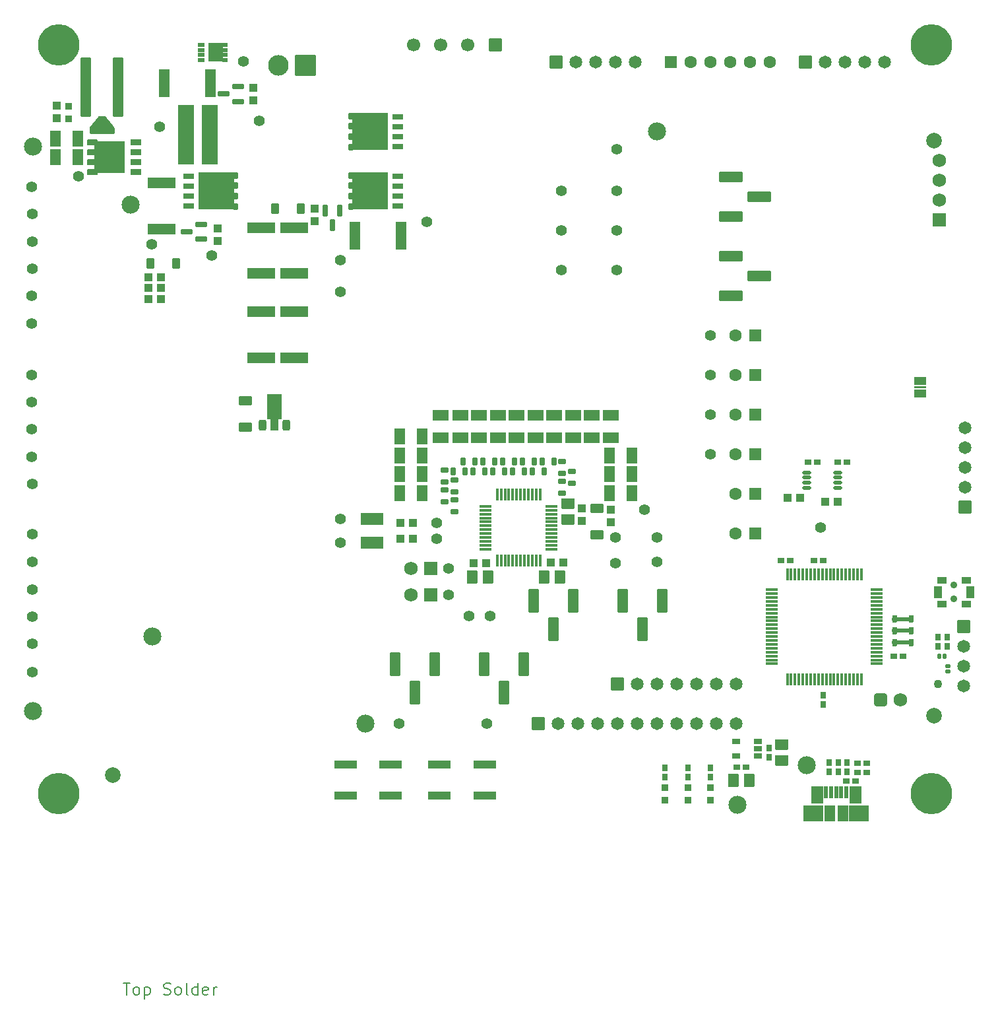
<source format=gbr>
%TF.GenerationSoftware,KiCad,Pcbnew,9.0.4*%
%TF.CreationDate,2025-10-28T13:54:02-05:00*%
%TF.ProjectId,Molecule_BQ76952 - v2,4d6f6c65-6375-46c6-955f-425137363935,rev?*%
%TF.SameCoordinates,Original*%
%TF.FileFunction,Soldermask,Top*%
%TF.FilePolarity,Negative*%
%FSLAX46Y46*%
G04 Gerber Fmt 4.6, Leading zero omitted, Abs format (unit mm)*
G04 Created by KiCad (PCBNEW 9.0.4) date 2025-10-28 13:54:02*
%MOMM*%
%LPD*%
G01*
G04 APERTURE LIST*
G04 Aperture macros list*
%AMRoundRect*
0 Rectangle with rounded corners*
0 $1 Rounding radius*
0 $2 $3 $4 $5 $6 $7 $8 $9 X,Y pos of 4 corners*
0 Add a 4 corners polygon primitive as box body*
4,1,4,$2,$3,$4,$5,$6,$7,$8,$9,$2,$3,0*
0 Add four circle primitives for the rounded corners*
1,1,$1+$1,$2,$3*
1,1,$1+$1,$4,$5*
1,1,$1+$1,$6,$7*
1,1,$1+$1,$8,$9*
0 Add four rect primitives between the rounded corners*
20,1,$1+$1,$2,$3,$4,$5,0*
20,1,$1+$1,$4,$5,$6,$7,0*
20,1,$1+$1,$6,$7,$8,$9,0*
20,1,$1+$1,$8,$9,$2,$3,0*%
%AMFreePoly0*
4,1,15,1.899497,1.449497,1.904091,1.444432,3.054091,0.044432,3.069666,-0.006830,3.044432,-0.054091,3.000000,-0.070000,0.000000,-0.070000,-0.049497,-0.049497,-0.070000,0.000000,-0.054091,0.044432,1.095909,1.444432,1.143170,1.469666,1.150000,1.470000,1.850000,1.470000,1.899497,1.449497,1.899497,1.449497,$1*%
%AMFreePoly1*
4,1,13,0.035355,0.835355,0.050000,0.800000,0.050000,0.000000,0.035355,-0.035355,0.000000,-0.050000,-0.500000,-0.050000,-0.535355,-0.035355,-0.550000,0.000000,-0.550000,0.800000,-0.535355,0.835355,-0.500000,0.850000,0.000000,0.850000,0.035355,0.835355,0.035355,0.835355,$1*%
%AMFreePoly2*
4,1,21,3.897855,0.901855,3.912500,0.866500,3.912500,-0.866500,3.897855,-0.901855,3.862500,-0.916500,0.737500,-0.916500,0.702145,-0.901855,0.687500,-0.866500,0.687500,-0.500000,-0.737500,-0.500000,-0.772855,-0.485355,-0.787500,-0.450000,-0.787500,0.450000,-0.772855,0.485355,-0.737500,0.500000,0.687500,0.500000,0.687500,0.866500,0.702145,0.901855,0.737500,0.916500,3.862500,0.916500,
3.897855,0.901855,3.897855,0.901855,$1*%
G04 Aperture macros list end*
%ADD10C,0.203200*%
%ADD11C,1.400000*%
%ADD12RoundRect,0.050000X0.575000X0.375000X-0.575000X0.375000X-0.575000X-0.375000X0.575000X-0.375000X0*%
%ADD13RoundRect,0.050000X0.475000X0.700000X-0.475000X0.700000X-0.475000X-0.700000X0.475000X-0.700000X0*%
%ADD14C,0.900000*%
%ADD15C,2.000000*%
%ADD16C,5.300000*%
%ADD17RoundRect,0.050000X-0.225000X-0.690000X0.225000X-0.690000X0.225000X0.690000X-0.225000X0.690000X0*%
%ADD18RoundRect,0.050000X-0.737500X-1.050000X0.737500X-1.050000X0.737500X1.050000X-0.737500X1.050000X0*%
%ADD19RoundRect,0.050000X-1.187500X-0.975000X1.187500X-0.975000X1.187500X0.975000X-1.187500X0.975000X0*%
%ADD20RoundRect,0.050000X-0.587500X-0.975000X0.587500X-0.975000X0.587500X0.975000X-0.587500X0.975000X0*%
%ADD21RoundRect,0.051000X0.799000X0.799000X-0.799000X0.799000X-0.799000X-0.799000X0.799000X-0.799000X0*%
%ADD22C,1.700000*%
%ADD23RoundRect,0.050000X-0.775000X-0.775000X0.775000X-0.775000X0.775000X0.775000X-0.775000X0.775000X0*%
%ADD24C,1.650000*%
%ADD25RoundRect,0.056000X0.744000X0.744000X-0.744000X0.744000X-0.744000X-0.744000X0.744000X-0.744000X0*%
%ADD26C,1.600000*%
%ADD27RoundRect,0.050000X0.444500X0.254000X-0.444500X0.254000X-0.444500X-0.254000X0.444500X-0.254000X0*%
%ADD28RoundRect,0.050000X0.300000X0.400000X-0.300000X0.400000X-0.300000X-0.400000X0.300000X-0.400000X0*%
%ADD29RoundRect,0.050000X-0.800000X-0.550000X0.800000X-0.550000X0.800000X0.550000X-0.800000X0.550000X0*%
%ADD30RoundRect,0.050000X-0.500000X0.475000X-0.500000X-0.475000X0.500000X-0.475000X0.500000X0.475000X0*%
%ADD31RoundRect,0.050000X0.825500X0.825500X-0.825500X0.825500X-0.825500X-0.825500X0.825500X-0.825500X0*%
%ADD32C,1.751000*%
%ADD33RoundRect,0.050000X-0.475000X-0.500000X0.475000X-0.500000X0.475000X0.500000X-0.475000X0.500000X0*%
%ADD34RoundRect,0.050000X0.635000X0.800100X-0.635000X0.800100X-0.635000X-0.800100X0.635000X-0.800100X0*%
%ADD35RoundRect,0.050000X-0.925000X-0.650000X0.925000X-0.650000X0.925000X0.650000X-0.925000X0.650000X0*%
%ADD36RoundRect,0.050000X-0.254000X0.444500X-0.254000X-0.444500X0.254000X-0.444500X0.254000X0.444500X0*%
%ADD37RoundRect,0.050000X0.400000X-0.300000X0.400000X0.300000X-0.400000X0.300000X-0.400000X-0.300000X0*%
%ADD38C,2.309800*%
%ADD39RoundRect,0.050000X0.650000X-0.925000X0.650000X0.925000X-0.650000X0.925000X-0.650000X-0.925000X0*%
%ADD40RoundRect,0.050000X-0.650000X0.925000X-0.650000X-0.925000X0.650000X-0.925000X0.650000X0.925000X0*%
%ADD41RoundRect,0.050000X0.400000X-0.400000X0.400000X0.400000X-0.400000X0.400000X-0.400000X-0.400000X0*%
%ADD42RoundRect,0.050000X-0.444500X-0.254000X0.444500X-0.254000X0.444500X0.254000X-0.444500X0.254000X0*%
%ADD43RoundRect,0.050000X1.700000X0.650000X-1.700000X0.650000X-1.700000X-0.650000X1.700000X-0.650000X0*%
%ADD44RoundRect,0.054800X-0.630200X-1.475200X0.630200X-1.475200X0.630200X1.475200X-0.630200X1.475200X0*%
%ADD45O,0.400000X1.550000*%
%ADD46O,1.550000X0.400000*%
%ADD47RoundRect,0.050000X-1.700000X-0.650000X1.700000X-0.650000X1.700000X0.650000X-1.700000X0.650000X0*%
%ADD48RoundRect,0.050000X-0.300000X-0.400000X0.300000X-0.400000X0.300000X0.400000X-0.300000X0.400000X0*%
%ADD49RoundRect,0.050000X0.500000X-0.475000X0.500000X0.475000X-0.500000X0.475000X-0.500000X-0.475000X0*%
%ADD50RoundRect,0.050000X0.650000X-1.700000X0.650000X1.700000X-0.650000X1.700000X-0.650000X-1.700000X0*%
%ADD51RoundRect,0.437500X-0.437500X-0.437500X0.437500X-0.437500X0.437500X0.437500X-0.437500X0.437500X0*%
%ADD52C,1.750000*%
%ADD53RoundRect,0.050000X-0.800100X0.635000X-0.800100X-0.635000X0.800100X-0.635000X0.800100X0.635000X0*%
%ADD54RoundRect,0.050000X-0.635000X-0.800100X0.635000X-0.800100X0.635000X0.800100X-0.635000X0.800100X0*%
%ADD55RoundRect,0.050000X-0.775000X0.775000X-0.775000X-0.775000X0.775000X-0.775000X0.775000X0.775000X0*%
%ADD56RoundRect,0.050000X0.600000X0.325000X-0.600000X0.325000X-0.600000X-0.325000X0.600000X-0.325000X0*%
%ADD57RoundRect,0.050000X0.250000X0.350000X-0.250000X0.350000X-0.250000X-0.350000X0.250000X-0.350000X0*%
%ADD58RoundRect,0.050000X2.250000X2.350000X-2.250000X2.350000X-2.250000X-2.350000X2.250000X-2.350000X0*%
%ADD59RoundRect,0.054800X1.475200X-0.630200X1.475200X0.630200X-1.475200X0.630200X-1.475200X-0.630200X0*%
%ADD60RoundRect,0.050000X-0.400000X0.300000X-0.400000X-0.300000X0.400000X-0.300000X0.400000X0.300000X0*%
%ADD61RoundRect,0.050000X0.800100X-0.635000X0.800100X0.635000X-0.800100X0.635000X-0.800100X-0.635000X0*%
%ADD62RoundRect,0.050000X0.457500X0.610000X-0.457500X0.610000X-0.457500X-0.610000X0.457500X-0.610000X0*%
%ADD63RoundRect,0.050000X-0.600000X-0.325000X0.600000X-0.325000X0.600000X0.325000X-0.600000X0.325000X0*%
%ADD64RoundRect,0.050000X-0.250000X-0.350000X0.250000X-0.350000X0.250000X0.350000X-0.250000X0.350000X0*%
%ADD65RoundRect,0.050000X-2.250000X-2.350000X2.250000X-2.350000X2.250000X2.350000X-2.250000X2.350000X0*%
%ADD66RoundRect,0.050000X-1.400000X-0.750000X1.400000X-0.750000X1.400000X0.750000X-1.400000X0.750000X0*%
%ADD67RoundRect,0.050000X-1.400000X-0.500000X1.400000X-0.500000X1.400000X0.500000X-1.400000X0.500000X0*%
%ADD68RoundRect,0.050000X0.775000X-0.775000X0.775000X0.775000X-0.775000X0.775000X-0.775000X-0.775000X0*%
%ADD69RoundRect,0.050000X-0.950000X-3.800000X0.950000X-3.800000X0.950000X3.800000X-0.950000X3.800000X0*%
%ADD70RoundRect,0.050000X-0.750000X-0.750000X0.750000X-0.750000X0.750000X0.750000X-0.750000X0.750000X0*%
%ADD71RoundRect,0.052800X1.267200X1.267200X-1.267200X1.267200X-1.267200X-1.267200X1.267200X-1.267200X0*%
%ADD72C,2.640000*%
%ADD73RoundRect,0.050000X-0.400000X-0.170000X0.400000X-0.170000X0.400000X0.170000X-0.400000X0.170000X0*%
%ADD74RoundRect,0.050000X-0.325000X-0.170000X0.325000X-0.170000X0.325000X0.170000X-0.325000X0.170000X0*%
%ADD75RoundRect,0.050000X-0.855000X-1.145000X0.855000X-1.145000X0.855000X1.145000X-0.855000X1.145000X0*%
%ADD76O,1.150000X0.500000*%
%ADD77RoundRect,0.059500X-0.490500X0.290500X-0.490500X-0.290500X0.490500X-0.290500X0.490500X0.290500X0*%
%ADD78C,1.100000*%
%ADD79RoundRect,0.050000X0.825000X-0.825000X0.825000X0.825000X-0.825000X0.825000X-0.825000X-0.825000X0*%
%ADD80RoundRect,0.050000X1.400000X0.500000X-1.400000X0.500000X-1.400000X-0.500000X1.400000X-0.500000X0*%
%ADD81RoundRect,0.070000X0.600000X-3.700000X0.600000X3.700000X-0.600000X3.700000X-0.600000X-3.700000X0*%
%ADD82RoundRect,0.070000X1.500000X-0.375000X1.500000X0.375000X-1.500000X0.375000X-1.500000X-0.375000X0*%
%ADD83FreePoly0,0.000000*%
%ADD84RoundRect,0.050000X0.750000X-0.425000X0.750000X0.425000X-0.750000X0.425000X-0.750000X-0.425000X0*%
%ADD85FreePoly1,0.000000*%
%ADD86RoundRect,0.050000X1.300000X0.200000X-1.300000X0.200000X-1.300000X-0.200000X1.300000X-0.200000X0*%
%ADD87RoundRect,0.076000X-0.635000X0.304800X-0.635000X-0.304800X0.635000X-0.304800X0.635000X0.304800X0*%
%ADD88RoundRect,0.076000X-0.609600X0.304800X-0.609600X-0.304800X0.609600X-0.304800X0.609600X0.304800X0*%
%ADD89RoundRect,0.076000X1.905000X1.955800X-1.905000X1.955800X-1.905000X-1.955800X1.905000X-1.955800X0*%
%ADD90RoundRect,0.128250X-0.221750X0.096750X-0.221750X-0.096750X0.221750X-0.096750X0.221750X0.096750X0*%
%ADD91RoundRect,0.128250X-0.096750X-0.221750X0.096750X-0.221750X0.096750X0.221750X-0.096750X0.221750X0*%
%ADD92RoundRect,0.250000X0.250000X-0.450000X0.250000X0.450000X-0.250000X0.450000X-0.250000X-0.450000X0*%
%ADD93FreePoly2,90.000000*%
%ADD94RoundRect,0.175000X0.612500X0.175000X-0.612500X0.175000X-0.612500X-0.175000X0.612500X-0.175000X0*%
%ADD95RoundRect,0.175000X-0.175000X0.612500X-0.175000X-0.612500X0.175000X-0.612500X0.175000X0.612500X0*%
G04 APERTURE END LIST*
D10*
X-45746174Y203522575D02*
X-44875316Y203522575D01*
X-45310745Y201998575D02*
X-45310745Y203522575D01*
X-44149602Y201998575D02*
X-44294745Y202071147D01*
X-44294745Y202071147D02*
X-44367316Y202143718D01*
X-44367316Y202143718D02*
X-44439888Y202288861D01*
X-44439888Y202288861D02*
X-44439888Y202724289D01*
X-44439888Y202724289D02*
X-44367316Y202869432D01*
X-44367316Y202869432D02*
X-44294745Y202942004D01*
X-44294745Y202942004D02*
X-44149602Y203014575D01*
X-44149602Y203014575D02*
X-43931888Y203014575D01*
X-43931888Y203014575D02*
X-43786745Y202942004D01*
X-43786745Y202942004D02*
X-43714173Y202869432D01*
X-43714173Y202869432D02*
X-43641602Y202724289D01*
X-43641602Y202724289D02*
X-43641602Y202288861D01*
X-43641602Y202288861D02*
X-43714173Y202143718D01*
X-43714173Y202143718D02*
X-43786745Y202071147D01*
X-43786745Y202071147D02*
X-43931888Y201998575D01*
X-43931888Y201998575D02*
X-44149602Y201998575D01*
X-42988459Y203014575D02*
X-42988459Y201490575D01*
X-42988459Y202942004D02*
X-42843316Y203014575D01*
X-42843316Y203014575D02*
X-42553031Y203014575D01*
X-42553031Y203014575D02*
X-42407888Y202942004D01*
X-42407888Y202942004D02*
X-42335316Y202869432D01*
X-42335316Y202869432D02*
X-42262745Y202724289D01*
X-42262745Y202724289D02*
X-42262745Y202288861D01*
X-42262745Y202288861D02*
X-42335316Y202143718D01*
X-42335316Y202143718D02*
X-42407888Y202071147D01*
X-42407888Y202071147D02*
X-42553031Y201998575D01*
X-42553031Y201998575D02*
X-42843316Y201998575D01*
X-42843316Y201998575D02*
X-42988459Y202071147D01*
X-40521031Y202071147D02*
X-40303316Y201998575D01*
X-40303316Y201998575D02*
X-39940459Y201998575D01*
X-39940459Y201998575D02*
X-39795316Y202071147D01*
X-39795316Y202071147D02*
X-39722745Y202143718D01*
X-39722745Y202143718D02*
X-39650174Y202288861D01*
X-39650174Y202288861D02*
X-39650174Y202434004D01*
X-39650174Y202434004D02*
X-39722745Y202579147D01*
X-39722745Y202579147D02*
X-39795316Y202651718D01*
X-39795316Y202651718D02*
X-39940459Y202724289D01*
X-39940459Y202724289D02*
X-40230745Y202796861D01*
X-40230745Y202796861D02*
X-40375888Y202869432D01*
X-40375888Y202869432D02*
X-40448459Y202942004D01*
X-40448459Y202942004D02*
X-40521031Y203087147D01*
X-40521031Y203087147D02*
X-40521031Y203232289D01*
X-40521031Y203232289D02*
X-40448459Y203377432D01*
X-40448459Y203377432D02*
X-40375888Y203450004D01*
X-40375888Y203450004D02*
X-40230745Y203522575D01*
X-40230745Y203522575D02*
X-39867888Y203522575D01*
X-39867888Y203522575D02*
X-39650174Y203450004D01*
X-38779316Y201998575D02*
X-38924459Y202071147D01*
X-38924459Y202071147D02*
X-38997030Y202143718D01*
X-38997030Y202143718D02*
X-39069602Y202288861D01*
X-39069602Y202288861D02*
X-39069602Y202724289D01*
X-39069602Y202724289D02*
X-38997030Y202869432D01*
X-38997030Y202869432D02*
X-38924459Y202942004D01*
X-38924459Y202942004D02*
X-38779316Y203014575D01*
X-38779316Y203014575D02*
X-38561602Y203014575D01*
X-38561602Y203014575D02*
X-38416459Y202942004D01*
X-38416459Y202942004D02*
X-38343887Y202869432D01*
X-38343887Y202869432D02*
X-38271316Y202724289D01*
X-38271316Y202724289D02*
X-38271316Y202288861D01*
X-38271316Y202288861D02*
X-38343887Y202143718D01*
X-38343887Y202143718D02*
X-38416459Y202071147D01*
X-38416459Y202071147D02*
X-38561602Y201998575D01*
X-38561602Y201998575D02*
X-38779316Y201998575D01*
X-37400459Y201998575D02*
X-37545602Y202071147D01*
X-37545602Y202071147D02*
X-37618173Y202216289D01*
X-37618173Y202216289D02*
X-37618173Y203522575D01*
X-36166744Y201998575D02*
X-36166744Y203522575D01*
X-36166744Y202071147D02*
X-36311887Y201998575D01*
X-36311887Y201998575D02*
X-36602173Y201998575D01*
X-36602173Y201998575D02*
X-36747316Y202071147D01*
X-36747316Y202071147D02*
X-36819887Y202143718D01*
X-36819887Y202143718D02*
X-36892459Y202288861D01*
X-36892459Y202288861D02*
X-36892459Y202724289D01*
X-36892459Y202724289D02*
X-36819887Y202869432D01*
X-36819887Y202869432D02*
X-36747316Y202942004D01*
X-36747316Y202942004D02*
X-36602173Y203014575D01*
X-36602173Y203014575D02*
X-36311887Y203014575D01*
X-36311887Y203014575D02*
X-36166744Y202942004D01*
X-34860459Y202071147D02*
X-35005602Y201998575D01*
X-35005602Y201998575D02*
X-35295887Y201998575D01*
X-35295887Y201998575D02*
X-35441030Y202071147D01*
X-35441030Y202071147D02*
X-35513602Y202216289D01*
X-35513602Y202216289D02*
X-35513602Y202796861D01*
X-35513602Y202796861D02*
X-35441030Y202942004D01*
X-35441030Y202942004D02*
X-35295887Y203014575D01*
X-35295887Y203014575D02*
X-35005602Y203014575D01*
X-35005602Y203014575D02*
X-34860459Y202942004D01*
X-34860459Y202942004D02*
X-34787887Y202796861D01*
X-34787887Y202796861D02*
X-34787887Y202651718D01*
X-34787887Y202651718D02*
X-35513602Y202506575D01*
X-34134744Y201998575D02*
X-34134744Y203014575D01*
X-34134744Y202724289D02*
X-34062173Y202869432D01*
X-34062173Y202869432D02*
X-33989601Y202942004D01*
X-33989601Y202942004D02*
X-33844459Y203014575D01*
X-33844459Y203014575D02*
X-33699316Y203014575D01*
X-45746174Y203522575D02*
X-44875316Y203522575D01*
X-45310745Y201998575D02*
X-45310745Y203522575D01*
X-44149602Y201998575D02*
X-44294745Y202071147D01*
X-44294745Y202071147D02*
X-44367316Y202143718D01*
X-44367316Y202143718D02*
X-44439888Y202288861D01*
X-44439888Y202288861D02*
X-44439888Y202724289D01*
X-44439888Y202724289D02*
X-44367316Y202869432D01*
X-44367316Y202869432D02*
X-44294745Y202942004D01*
X-44294745Y202942004D02*
X-44149602Y203014575D01*
X-44149602Y203014575D02*
X-43931888Y203014575D01*
X-43931888Y203014575D02*
X-43786745Y202942004D01*
X-43786745Y202942004D02*
X-43714173Y202869432D01*
X-43714173Y202869432D02*
X-43641602Y202724289D01*
X-43641602Y202724289D02*
X-43641602Y202288861D01*
X-43641602Y202288861D02*
X-43714173Y202143718D01*
X-43714173Y202143718D02*
X-43786745Y202071147D01*
X-43786745Y202071147D02*
X-43931888Y201998575D01*
X-43931888Y201998575D02*
X-44149602Y201998575D01*
X-42988459Y203014575D02*
X-42988459Y201490575D01*
X-42988459Y202942004D02*
X-42843316Y203014575D01*
X-42843316Y203014575D02*
X-42553031Y203014575D01*
X-42553031Y203014575D02*
X-42407888Y202942004D01*
X-42407888Y202942004D02*
X-42335316Y202869432D01*
X-42335316Y202869432D02*
X-42262745Y202724289D01*
X-42262745Y202724289D02*
X-42262745Y202288861D01*
X-42262745Y202288861D02*
X-42335316Y202143718D01*
X-42335316Y202143718D02*
X-42407888Y202071147D01*
X-42407888Y202071147D02*
X-42553031Y201998575D01*
X-42553031Y201998575D02*
X-42843316Y201998575D01*
X-42843316Y201998575D02*
X-42988459Y202071147D01*
X-40521031Y202071147D02*
X-40303316Y201998575D01*
X-40303316Y201998575D02*
X-39940459Y201998575D01*
X-39940459Y201998575D02*
X-39795316Y202071147D01*
X-39795316Y202071147D02*
X-39722745Y202143718D01*
X-39722745Y202143718D02*
X-39650174Y202288861D01*
X-39650174Y202288861D02*
X-39650174Y202434004D01*
X-39650174Y202434004D02*
X-39722745Y202579147D01*
X-39722745Y202579147D02*
X-39795316Y202651718D01*
X-39795316Y202651718D02*
X-39940459Y202724289D01*
X-39940459Y202724289D02*
X-40230745Y202796861D01*
X-40230745Y202796861D02*
X-40375888Y202869432D01*
X-40375888Y202869432D02*
X-40448459Y202942004D01*
X-40448459Y202942004D02*
X-40521031Y203087147D01*
X-40521031Y203087147D02*
X-40521031Y203232289D01*
X-40521031Y203232289D02*
X-40448459Y203377432D01*
X-40448459Y203377432D02*
X-40375888Y203450004D01*
X-40375888Y203450004D02*
X-40230745Y203522575D01*
X-40230745Y203522575D02*
X-39867888Y203522575D01*
X-39867888Y203522575D02*
X-39650174Y203450004D01*
X-38779316Y201998575D02*
X-38924459Y202071147D01*
X-38924459Y202071147D02*
X-38997030Y202143718D01*
X-38997030Y202143718D02*
X-39069602Y202288861D01*
X-39069602Y202288861D02*
X-39069602Y202724289D01*
X-39069602Y202724289D02*
X-38997030Y202869432D01*
X-38997030Y202869432D02*
X-38924459Y202942004D01*
X-38924459Y202942004D02*
X-38779316Y203014575D01*
X-38779316Y203014575D02*
X-38561602Y203014575D01*
X-38561602Y203014575D02*
X-38416459Y202942004D01*
X-38416459Y202942004D02*
X-38343887Y202869432D01*
X-38343887Y202869432D02*
X-38271316Y202724289D01*
X-38271316Y202724289D02*
X-38271316Y202288861D01*
X-38271316Y202288861D02*
X-38343887Y202143718D01*
X-38343887Y202143718D02*
X-38416459Y202071147D01*
X-38416459Y202071147D02*
X-38561602Y201998575D01*
X-38561602Y201998575D02*
X-38779316Y201998575D01*
X-37400459Y201998575D02*
X-37545602Y202071147D01*
X-37545602Y202071147D02*
X-37618173Y202216289D01*
X-37618173Y202216289D02*
X-37618173Y203522575D01*
X-36166744Y201998575D02*
X-36166744Y203522575D01*
X-36166744Y202071147D02*
X-36311887Y201998575D01*
X-36311887Y201998575D02*
X-36602173Y201998575D01*
X-36602173Y201998575D02*
X-36747316Y202071147D01*
X-36747316Y202071147D02*
X-36819887Y202143718D01*
X-36819887Y202143718D02*
X-36892459Y202288861D01*
X-36892459Y202288861D02*
X-36892459Y202724289D01*
X-36892459Y202724289D02*
X-36819887Y202869432D01*
X-36819887Y202869432D02*
X-36747316Y202942004D01*
X-36747316Y202942004D02*
X-36602173Y203014575D01*
X-36602173Y203014575D02*
X-36311887Y203014575D01*
X-36311887Y203014575D02*
X-36166744Y202942004D01*
X-34860459Y202071147D02*
X-35005602Y201998575D01*
X-35005602Y201998575D02*
X-35295887Y201998575D01*
X-35295887Y201998575D02*
X-35441030Y202071147D01*
X-35441030Y202071147D02*
X-35513602Y202216289D01*
X-35513602Y202216289D02*
X-35513602Y202796861D01*
X-35513602Y202796861D02*
X-35441030Y202942004D01*
X-35441030Y202942004D02*
X-35295887Y203014575D01*
X-35295887Y203014575D02*
X-35005602Y203014575D01*
X-35005602Y203014575D02*
X-34860459Y202942004D01*
X-34860459Y202942004D02*
X-34787887Y202796861D01*
X-34787887Y202796861D02*
X-34787887Y202651718D01*
X-34787887Y202651718D02*
X-35513602Y202506575D01*
X-34134744Y201998575D02*
X-34134744Y203014575D01*
X-34134744Y202724289D02*
X-34062173Y202869432D01*
X-34062173Y202869432D02*
X-33989601Y202942004D01*
X-33989601Y202942004D02*
X-33844459Y203014575D01*
X-33844459Y203014575D02*
X-33699316Y203014575D01*
%TO.C,NT5*%
G36*
X55827000Y279785500D02*
G01*
X57327000Y279785500D01*
X57327000Y280085500D01*
X55827000Y280085500D01*
X55827000Y279785500D01*
G37*
%TD*%
D11*
%TO.C,MC5*%
X-57369200Y261109080D03*
%TD*%
D12*
%TO.C,S3*%
X62470000Y255171500D03*
X59320000Y255171500D03*
X59320000Y252121500D03*
X62470000Y252121500D03*
D13*
X58820000Y253646500D03*
X62970000Y253646500D03*
D14*
X60895000Y254546500D03*
X60895000Y252746500D03*
%TD*%
D15*
%TO.C,FID3*%
X58355000Y237771500D03*
%TD*%
%TO.C,FID2*%
X-47055000Y230151500D03*
%TD*%
%TO.C,FID1*%
X58355090Y311541730D03*
%TD*%
D16*
%TO.C,MP4*%
X57975000Y227801500D03*
%TD*%
D17*
%TO.C,J26*%
X44482000Y227961500D03*
X45132000Y227961500D03*
X45782000Y227961500D03*
X46432000Y227961500D03*
X47082000Y227961500D03*
D18*
X43319500Y227601500D03*
X48244500Y227601500D03*
D19*
X42869500Y225301500D03*
D20*
X44944500Y225301500D03*
X46619500Y225301500D03*
D19*
X48694500Y225301500D03*
%TD*%
D21*
%TO.C,J9*%
X2010170Y323801500D03*
D22*
X-1489830Y323801500D03*
X-4989830Y323801500D03*
X-8489830Y323801500D03*
%TD*%
D16*
%TO.C,MP2*%
X-54025000Y323801500D03*
%TD*%
D11*
%TO.C,MC16*%
X-57469200Y305609080D03*
%TD*%
D23*
%TO.C,J24*%
X17715000Y241835500D03*
D24*
X20255000Y241835500D03*
X22795000Y241835500D03*
X25335000Y241835500D03*
X27875000Y241835500D03*
X30415000Y241835500D03*
X32955000Y241835500D03*
%TD*%
D25*
%TO.C,J20*%
X35368020Y266219520D03*
D26*
X32828020Y266219520D03*
%TD*%
D27*
%TO.C,C6*%
X10602990Y268886500D03*
X10602990Y270410500D03*
%TD*%
D28*
%TO.C,R115*%
X46036000Y230567500D03*
X46036000Y231767500D03*
%TD*%
D29*
%TO.C,C1*%
X15048000Y264363500D03*
X15048000Y260963500D03*
%TD*%
D27*
%TO.C,C4*%
X10602990Y266346500D03*
X10602990Y267870500D03*
%TD*%
D30*
%TO.C,C26*%
X862000Y257329500D03*
X-738000Y257329500D03*
%TD*%
%TO.C,C47*%
X-40921080Y294032410D03*
X-42521080Y294032410D03*
%TD*%
D31*
%TO.C,RT2*%
X-6288000Y253265500D03*
D32*
X-8828000Y253265500D03*
%TD*%
D33*
%TO.C,R31*%
X-54294000Y316041500D03*
X-54294000Y314441500D03*
%TD*%
D34*
%TO.C,C12*%
X10349000Y255551500D03*
X8317000Y255551500D03*
%TD*%
D35*
%TO.C,R8*%
X14413010Y276305510D03*
X14413010Y273405510D03*
%TD*%
D30*
%TO.C,R66*%
X-40921080Y292635410D03*
X-42521080Y292635410D03*
%TD*%
D36*
%TO.C,C8*%
X8317010Y269140510D03*
X6793010Y269140510D03*
%TD*%
D35*
%TO.C,R17*%
X-65000Y276305500D03*
X-65000Y273405500D03*
%TD*%
D37*
%TO.C,R119*%
X48484000Y231675500D03*
X49684000Y231675500D03*
%TD*%
D38*
%TO.C,TP16*%
X22795000Y312701500D03*
%TD*%
D11*
%TO.C,MC7*%
X-57469200Y271009080D03*
%TD*%
D39*
%TO.C,R24*%
X-10278000Y266346500D03*
X-7378000Y266346500D03*
%TD*%
D33*
%TO.C,R42*%
X-21147000Y302833500D03*
X-21147000Y301233500D03*
%TD*%
D40*
%TO.C,R4*%
X19546020Y271172510D03*
X16646020Y271172510D03*
%TD*%
D41*
%TO.C,D15*%
X26732000Y226938500D03*
X26732000Y228538500D03*
%TD*%
D42*
%TO.C,C21*%
X-4509990Y269267510D03*
X-4509990Y267743510D03*
%TD*%
D33*
%TO.C,R35*%
X-29021000Y318327500D03*
X-29021000Y316727500D03*
%TD*%
D38*
%TO.C,TP17*%
X-14670000Y236755500D03*
%TD*%
D43*
%TO.C,R9*%
X-23814000Y283716500D03*
X-23814000Y289616500D03*
%TD*%
D28*
%TO.C,C70*%
X60006000Y246696500D03*
X60006000Y247896500D03*
%TD*%
D38*
%TO.C,TP9*%
X-57342000Y238406500D03*
%TD*%
D35*
%TO.C,R19*%
X-5018000Y273405500D03*
X-5018000Y276305500D03*
%TD*%
D44*
%TO.C,J6*%
X570120Y244397590D03*
X3110120Y240797590D03*
X5650120Y244397590D03*
%TD*%
%TO.C,J13*%
X18350000Y252525500D03*
X20890000Y248925500D03*
X23430000Y252525500D03*
%TD*%
D45*
%TO.C,U1*%
X7765000Y266126500D03*
X7265000Y266126500D03*
X6765000Y266126500D03*
X6265000Y266126500D03*
X5765000Y266126500D03*
X5265000Y266126500D03*
X4765000Y266126500D03*
X4265000Y266126500D03*
X3765000Y266126500D03*
X3265000Y266126500D03*
X2765000Y266126500D03*
X2265000Y266126500D03*
D46*
X790000Y264651500D03*
X790000Y264151500D03*
X790000Y263651500D03*
X790000Y263151500D03*
X790000Y262651500D03*
X790000Y262151500D03*
X790000Y261651500D03*
X790000Y261151500D03*
X790000Y260651500D03*
X790000Y260151500D03*
X790000Y259651500D03*
X790000Y259151500D03*
D45*
X2265000Y257676500D03*
X2765000Y257676500D03*
X3265000Y257676500D03*
X3765000Y257676500D03*
X4265000Y257676500D03*
X4765000Y257676500D03*
X5265000Y257676500D03*
X5765000Y257676500D03*
X6265000Y257676500D03*
X6765000Y257676500D03*
X7265000Y257676500D03*
X7765000Y257676500D03*
D46*
X9240000Y259151500D03*
X9240000Y259651500D03*
X9240000Y260151500D03*
X9240000Y260651500D03*
X9240000Y261151500D03*
X9240000Y261651500D03*
X9240000Y262151500D03*
X9240000Y262651500D03*
X9240000Y263151500D03*
X9240000Y263651500D03*
X9240000Y264151500D03*
X9240000Y264651500D03*
%TD*%
D25*
%TO.C,J10*%
X35368020Y286539530D03*
D26*
X32828020Y286539530D03*
%TD*%
D30*
%TO.C,C13*%
X10768020Y257456510D03*
X9168020Y257456510D03*
%TD*%
D43*
%TO.C,R6*%
X-28005000Y294511500D03*
X-28005000Y300411500D03*
%TD*%
D47*
%TO.C,R39*%
X-40832000Y306126500D03*
X-40832000Y300226500D03*
%TD*%
D48*
%TO.C,C68*%
X44131000Y240403500D03*
X44131000Y239203500D03*
%TD*%
D24*
%TO.C,J25*%
X32955000Y236755500D03*
X30415000Y236755500D03*
X27875000Y236755500D03*
X25335000Y236755500D03*
X22795000Y236755500D03*
X20255000Y236755500D03*
X17715000Y236755500D03*
X15175000Y236755500D03*
X12635000Y236755500D03*
X10095000Y236755500D03*
D23*
X7555000Y236755500D03*
%TD*%
D25*
%TO.C,J12*%
X35368020Y281459520D03*
D26*
X32828020Y281459520D03*
%TD*%
D28*
%TO.C,R120*%
X23811000Y229932500D03*
X23811000Y231132500D03*
%TD*%
D49*
%TO.C,R28*%
X-10136000Y262536500D03*
X-8536000Y262536500D03*
%TD*%
D50*
%TO.C,R40*%
X-15969000Y299366500D03*
X-10069000Y299366500D03*
%TD*%
D38*
%TO.C,TP1*%
X-57342000Y310796500D03*
%TD*%
D51*
%TO.C,J27*%
X51497000Y239803500D03*
D52*
X54037000Y239803500D03*
%TD*%
D27*
%TO.C,C23*%
X-3239990Y263933510D03*
X-3239990Y265457510D03*
%TD*%
D11*
%TO.C,MC12*%
X-57469200Y291609080D03*
%TD*%
D38*
%TO.C,TP44*%
X33082000Y226341500D03*
%TD*%
D27*
%TO.C,C5*%
X11872990Y267616500D03*
X11872990Y269140500D03*
%TD*%
D53*
%TO.C,C3*%
X11365000Y264949500D03*
X11365000Y262917500D03*
%TD*%
D25*
%TO.C,J21*%
X35368020Y261139530D03*
D26*
X32828020Y261139530D03*
%TD*%
D54*
%TO.C,C25*%
X-954000Y255551500D03*
X1078000Y255551500D03*
%TD*%
D35*
%TO.C,R11*%
X12000010Y276305510D03*
X12000010Y273405510D03*
%TD*%
D55*
%TO.C,J29*%
X62165000Y249201500D03*
D24*
X62165000Y246661500D03*
X62165000Y244121500D03*
X62165000Y241581500D03*
%TD*%
D39*
%TO.C,R21*%
X-10278000Y273585500D03*
X-7378000Y273585500D03*
%TD*%
D38*
%TO.C,TP43*%
X41972000Y231421500D03*
%TD*%
D33*
%TO.C,R43*%
X-33593000Y300293500D03*
X-33593000Y298693500D03*
%TD*%
D39*
%TO.C,R23*%
X-10278000Y268759500D03*
X-7378000Y268759500D03*
%TD*%
D11*
%TO.C,MC2*%
X-57369200Y250509080D03*
%TD*%
D56*
%TO.C,Q8*%
X-37307000Y306986500D03*
X-37307000Y305716500D03*
X-37307000Y304446500D03*
X-37307000Y303176500D03*
D57*
X-31307000Y303081500D03*
X-31307000Y304406500D03*
X-31307000Y305756500D03*
X-31307000Y307081500D03*
D58*
X-33807000Y305081500D03*
%TD*%
D29*
%TO.C,C71*%
X-30037000Y278206500D03*
X-30037000Y274806500D03*
%TD*%
D59*
%TO.C,J19*%
X32298010Y301779520D03*
X35898010Y304319520D03*
X32298010Y306859520D03*
%TD*%
D38*
%TO.C,TP14*%
X-41975000Y247931500D03*
%TD*%
D60*
%TO.C,C59*%
X47194800Y270308900D03*
X45994800Y270308900D03*
%TD*%
D61*
%TO.C,C63*%
X38797000Y232056500D03*
X38797000Y234088500D03*
%TD*%
D40*
%TO.C,R48*%
X-51574000Y309399500D03*
X-54474000Y309399500D03*
%TD*%
D48*
%TO.C,R116*%
X47179000Y231767500D03*
X47179000Y230567500D03*
%TD*%
D25*
%TO.C,J15*%
X35368020Y276379530D03*
D26*
X32828020Y276379530D03*
%TD*%
D35*
%TO.C,R7*%
X16826010Y276305510D03*
X16826010Y273405510D03*
%TD*%
D62*
%TO.C,D8*%
X-42215580Y295810410D03*
X-38940580Y295810410D03*
%TD*%
D37*
%TO.C,C65*%
X32990000Y231167500D03*
X34190000Y231167500D03*
%TD*%
D35*
%TO.C,R16*%
X2348000Y276305500D03*
X2348000Y273405500D03*
%TD*%
D11*
%TO.C,MC15*%
X-57369200Y302109080D03*
%TD*%
D23*
%TO.C,J2*%
X9841000Y321591500D03*
D24*
X12381000Y321591500D03*
X14921000Y321591500D03*
X17461000Y321591500D03*
X20001000Y321591500D03*
%TD*%
D63*
%TO.C,Q9*%
X-10535000Y310796500D03*
X-10535000Y312066500D03*
X-10535000Y313336500D03*
X-10535000Y314606500D03*
D64*
X-16535000Y314701500D03*
X-16535000Y313376500D03*
X-16535000Y312026500D03*
X-16535000Y310701500D03*
D65*
X-14035000Y312701500D03*
%TD*%
D35*
%TO.C,R18*%
X-2478000Y276305500D03*
X-2478000Y273405500D03*
%TD*%
D11*
%TO.C,MC6*%
X-57369200Y267509080D03*
%TD*%
D41*
%TO.C,D14*%
X23811000Y226938500D03*
X23811000Y228538500D03*
%TD*%
D25*
%TO.C,J18*%
X35368020Y271299520D03*
D26*
X32828020Y271299520D03*
%TD*%
D35*
%TO.C,R12*%
X9587010Y276305510D03*
X9587010Y273405510D03*
%TD*%
D49*
%TO.C,R59*%
X-42521000Y291238500D03*
X-40921000Y291238500D03*
%TD*%
D54*
%TO.C,C64*%
X32574000Y229516500D03*
X34606000Y229516500D03*
%TD*%
D37*
%TO.C,R117*%
X47087000Y229389500D03*
X48287000Y229389500D03*
%TD*%
D28*
%TO.C,C62*%
X37146000Y232472500D03*
X37146000Y233672500D03*
%TD*%
D59*
%TO.C,J16*%
X32298020Y291619520D03*
X35898020Y294159520D03*
X32298020Y296699520D03*
%TD*%
D66*
%TO.C,R30*%
X-13781000Y263070500D03*
X-13781000Y259970500D03*
%TD*%
D67*
%TO.C,S1*%
X-5124000Y231516500D03*
X676000Y231516500D03*
X-5124000Y227516510D03*
X676000Y227516510D03*
%TD*%
D11*
%TO.C,MC14*%
X-57369200Y298609080D03*
%TD*%
D35*
%TO.C,R14*%
X4761000Y276305500D03*
X4761000Y273405500D03*
%TD*%
D40*
%TO.C,R2*%
X19546020Y266346510D03*
X16646020Y266346510D03*
%TD*%
%TO.C,R3*%
X19546020Y268759510D03*
X16646020Y268759510D03*
%TD*%
D33*
%TO.C,R1*%
X16826000Y264225500D03*
X16826000Y262625500D03*
%TD*%
D11*
%TO.C,MC8*%
X-57469200Y274509080D03*
%TD*%
D36*
%TO.C,C19*%
X-1843000Y269140500D03*
X-3367000Y269140500D03*
%TD*%
D35*
%TO.C,R13*%
X7174000Y276305500D03*
X7174000Y273405500D03*
%TD*%
D49*
%TO.C,R113*%
X44347000Y265228900D03*
X45947000Y265228900D03*
%TD*%
D11*
%TO.C,MC3*%
X-57369200Y254009080D03*
%TD*%
D62*
%TO.C,D2*%
X-26213500Y302795500D03*
X-22938500Y302795500D03*
%TD*%
D36*
%TO.C,C10*%
X5777010Y269140510D03*
X4253010Y269140510D03*
%TD*%
D43*
%TO.C,R5*%
X-23814000Y294511500D03*
X-23814000Y300411500D03*
%TD*%
D36*
%TO.C,C14*%
X3237010Y269140510D03*
X1713010Y269140510D03*
%TD*%
%TO.C,C18*%
X-572990Y270410510D03*
X-2096990Y270410510D03*
%TD*%
D30*
%TO.C,R112*%
X41121000Y265711500D03*
X39521000Y265711500D03*
%TD*%
D36*
%TO.C,C11*%
X4507010Y270410510D03*
X2983010Y270410510D03*
%TD*%
D11*
%TO.C,MC10*%
X-57469200Y281509080D03*
%TD*%
D36*
%TO.C,C16*%
X1967010Y270410510D03*
X443010Y270410510D03*
%TD*%
D11*
%TO.C,MC17*%
X-57369200Y243409080D03*
%TD*%
D60*
%TO.C,C69*%
X44096000Y257710500D03*
X42896000Y257710500D03*
%TD*%
D68*
%TO.C,J28*%
X62292000Y264568500D03*
D24*
X62292000Y267108500D03*
X62292000Y269648500D03*
X62292000Y272188500D03*
X62292000Y274728500D03*
%TD*%
D69*
%TO.C,R46*%
X-37683000Y312320500D03*
X-34583000Y312320500D03*
%TD*%
D44*
%TO.C,J11*%
X6920120Y252525590D03*
X9460120Y248925590D03*
X12000120Y252525590D03*
%TD*%
D70*
%TO.C,J5*%
X24573000Y321591500D03*
D26*
X27113000Y321591500D03*
X29653000Y321591500D03*
X32193000Y321591500D03*
X34733000Y321591500D03*
X37273000Y321591500D03*
%TD*%
D28*
%TO.C,R122*%
X29653000Y229932500D03*
X29653000Y231132500D03*
%TD*%
D71*
%TO.C,J8*%
X-22315230Y321197840D03*
D72*
X-25820430Y321197840D03*
%TD*%
D31*
%TO.C,RT1*%
X-6288000Y256694500D03*
D32*
X-8828000Y256694500D03*
%TD*%
D73*
%TO.C,Q3*%
X-35765500Y323836500D03*
X-35765500Y323186500D03*
X-35765500Y322536500D03*
X-35765500Y321886500D03*
D74*
X-32690500Y321886500D03*
X-32690500Y322536500D03*
X-32690500Y323186500D03*
X-32690500Y323836500D03*
D75*
X-33870490Y322861500D03*
%TD*%
D76*
%TO.C,U10*%
X42029000Y268997900D03*
X42029000Y268347900D03*
X42029000Y267697900D03*
X42029000Y267047900D03*
X45979000Y267047900D03*
X45979000Y267697900D03*
X45979000Y268347900D03*
X45979000Y268997900D03*
%TD*%
D44*
%TO.C,J7*%
X-10859880Y244397590D03*
X-8319880Y240797590D03*
X-5779880Y244397590D03*
%TD*%
D77*
%TO.C,U14*%
X35727000Y232630500D03*
X35727000Y233580500D03*
X35727000Y234530500D03*
X32977000Y234530500D03*
X32977000Y232630500D03*
%TD*%
D63*
%TO.C,Q7*%
X-10535000Y303176500D03*
X-10535000Y304446500D03*
X-10535000Y305716500D03*
X-10535000Y306986500D03*
D64*
X-16535000Y307081500D03*
X-16535000Y305756500D03*
X-16535000Y304406500D03*
X-16535000Y303081500D03*
D65*
X-14035000Y305081500D03*
%TD*%
D78*
%TO.C,TP45*%
X58863000Y241835500D03*
%TD*%
D45*
%TO.C,U11*%
X49008000Y255926500D03*
X48508000Y255926500D03*
X48008000Y255926500D03*
X47508000Y255926500D03*
X47008000Y255926500D03*
X46508000Y255926500D03*
X46008000Y255926500D03*
X45508000Y255926500D03*
X45008000Y255926500D03*
X44508000Y255926500D03*
X44008000Y255926500D03*
X43508000Y255926500D03*
X43008000Y255926500D03*
X42508000Y255926500D03*
X42008000Y255926500D03*
X41508000Y255926500D03*
X41008000Y255926500D03*
X40508000Y255926500D03*
X40008000Y255926500D03*
X39508000Y255926500D03*
D46*
X37533000Y253951500D03*
X37533000Y253451500D03*
X37533000Y252951500D03*
X37533000Y252451500D03*
X37533000Y251951500D03*
X37533000Y251451500D03*
X37533000Y250951500D03*
X37533000Y250451500D03*
X37533000Y249951500D03*
X37533000Y249451500D03*
X37533000Y248951500D03*
X37533000Y248451500D03*
X37533000Y247951500D03*
X37533000Y247451500D03*
X37533000Y246951500D03*
X37533000Y246451500D03*
X37533000Y245951500D03*
X37533000Y245451500D03*
X37533000Y244951500D03*
X37533000Y244451500D03*
D45*
X39508000Y242476500D03*
X40008000Y242476500D03*
X40508000Y242476500D03*
X41008000Y242476500D03*
X41508000Y242476500D03*
X42008000Y242476500D03*
X42508000Y242476500D03*
X43008000Y242476500D03*
X43508000Y242476500D03*
X44008000Y242476500D03*
X44508000Y242476500D03*
X45008000Y242476500D03*
X45508000Y242476500D03*
X46008000Y242476500D03*
X46508000Y242476500D03*
X47008000Y242476500D03*
X47508000Y242476500D03*
X48008000Y242476500D03*
X48508000Y242476500D03*
X49008000Y242476500D03*
D46*
X50983000Y244451500D03*
X50983000Y244951500D03*
X50983000Y245451500D03*
X50983000Y245951500D03*
X50983000Y246451500D03*
X50983000Y246951500D03*
X50983000Y247451500D03*
X50983000Y247951500D03*
X50983000Y248451500D03*
X50983000Y248951500D03*
X50983000Y249451500D03*
X50983000Y249951500D03*
X50983000Y250451500D03*
X50983000Y250951500D03*
X50983000Y251451500D03*
X50983000Y251951500D03*
X50983000Y252451500D03*
X50983000Y252951500D03*
X50983000Y253451500D03*
X50983000Y253951500D03*
%TD*%
D28*
%TO.C,R121*%
X26732000Y229932500D03*
X26732000Y231132500D03*
%TD*%
D42*
%TO.C,C22*%
X-3239990Y267997510D03*
X-3239990Y266473510D03*
%TD*%
D60*
%TO.C,R118*%
X49684000Y230532500D03*
X48484000Y230532500D03*
%TD*%
D39*
%TO.C,R22*%
X-10278000Y271172500D03*
X-7378000Y271172500D03*
%TD*%
D79*
%TO.C,J17*%
X59004930Y301398410D03*
D52*
X59004930Y303938410D03*
X59004930Y306478410D03*
X59004930Y309018410D03*
%TD*%
D41*
%TO.C,D16*%
X29653000Y226938500D03*
X29653000Y228538500D03*
%TD*%
D36*
%TO.C,C7*%
X9587010Y270410510D03*
X8063010Y270410510D03*
%TD*%
D80*
%TO.C,S2*%
X-11389000Y227516510D03*
X-17189000Y227516510D03*
X-11389000Y231516500D03*
X-17189000Y231516500D03*
%TD*%
D11*
%TO.C,MC13*%
X-57369200Y295109080D03*
%TD*%
D28*
%TO.C,R114*%
X44893000Y230567500D03*
X44893000Y231767500D03*
%TD*%
D50*
%TO.C,R33*%
X-40480000Y318924510D03*
X-34580000Y318924510D03*
%TD*%
D37*
%TO.C,C61*%
X38705000Y257710500D03*
X39905000Y257710500D03*
%TD*%
D42*
%TO.C,C24*%
X-4509990Y266727510D03*
X-4509990Y265203510D03*
%TD*%
D81*
%TO.C,F1*%
X-50502000Y318416500D03*
D82*
X-48451950Y312841500D03*
D83*
X-49952000Y313216500D03*
D81*
X-46402000Y318416500D03*
%TD*%
D11*
%TO.C,MC1*%
X-57369200Y247009080D03*
%TD*%
D28*
%TO.C,R123*%
X58863000Y246696500D03*
X58863000Y247896500D03*
%TD*%
D33*
%TO.C,C2*%
X13143000Y264352500D03*
X13143000Y262752500D03*
%TD*%
D11*
%TO.C,MC11*%
X-57469200Y288109080D03*
%TD*%
%TO.C,MC4*%
X-57369199Y257509080D03*
%TD*%
D43*
%TO.C,R10*%
X-28005000Y283716500D03*
X-28005000Y289616500D03*
%TD*%
D84*
%TO.C,NT5*%
X56577000Y279135500D03*
X56577000Y280735500D03*
%TD*%
D85*
%TO.C,Y1*%
X53491000Y246793500D03*
X55591800Y246793500D03*
D86*
X54291000Y247193500D03*
D85*
X53491000Y248293500D03*
X55591800Y248293500D03*
D86*
X54291000Y248693500D03*
D85*
X53491000Y249793500D03*
X55591800Y249793500D03*
D86*
X54291000Y250193500D03*
%TD*%
D36*
%TO.C,C9*%
X7047010Y270410510D03*
X5523010Y270410510D03*
%TD*%
%TO.C,C17*%
X697010Y269140510D03*
X-826990Y269140510D03*
%TD*%
D41*
%TO.C,D3*%
X-52770000Y314314500D03*
X-52770000Y315914500D03*
%TD*%
D60*
%TO.C,C58*%
X43334000Y270308900D03*
X42134000Y270308900D03*
%TD*%
D87*
%TO.C,Q12*%
X-44146700Y307494500D03*
X-44146700Y308764500D03*
X-44146700Y310034500D03*
X-44146700Y311304500D03*
D88*
X-49709310Y311304500D03*
X-49709310Y310034500D03*
X-49709310Y308764500D03*
X-49709310Y307494500D03*
D89*
X-47499490Y309399500D03*
%TD*%
D49*
%TO.C,R27*%
X-10136000Y260504500D03*
X-8536000Y260504500D03*
%TD*%
D11*
%TO.C,MC9*%
X-57469200Y278009080D03*
%TD*%
D23*
%TO.C,J22*%
X41845000Y321591500D03*
D24*
X44385000Y321591500D03*
X46925000Y321591500D03*
X49465000Y321591500D03*
X52005000Y321591500D03*
%TD*%
D37*
%TO.C,C60*%
X53183000Y245391500D03*
X54383000Y245391500D03*
%TD*%
D39*
%TO.C,R45*%
X-54474000Y311812500D03*
X-51574000Y311812500D03*
%TD*%
D38*
%TO.C,TP15*%
X-44769000Y303303500D03*
%TD*%
D90*
%TO.C,U15*%
X60133000Y244116300D03*
X60133000Y243466300D03*
%TD*%
D91*
%TO.C,U16*%
X59046000Y245391500D03*
X59696000Y245391500D03*
%TD*%
D16*
%TO.C,MP1*%
X-54025000Y227801500D03*
%TD*%
%TO.C,MP3*%
X57975000Y323801500D03*
%TD*%
D11*
%TO.C,TP2*%
X21144000Y264187500D03*
%TD*%
%TO.C,TP3*%
X17461000Y260631500D03*
%TD*%
%TO.C,TP4*%
X17461000Y257329500D03*
%TD*%
%TO.C,TP5*%
X22795000Y257488490D03*
%TD*%
%TO.C,TP6*%
X950990Y236755500D03*
%TD*%
%TO.C,TP7*%
X-4002000Y256694500D03*
%TD*%
%TO.C,TP8*%
X-4002000Y253265500D03*
%TD*%
%TO.C,TP18*%
X22795000Y260631500D03*
%TD*%
%TO.C,TP19*%
X-17845000Y259996500D03*
%TD*%
%TO.C,TP20*%
X-30291000Y321718500D03*
%TD*%
%TO.C,TP21*%
X-41086000Y313336500D03*
%TD*%
%TO.C,TP22*%
X-6796000Y301144500D03*
%TD*%
%TO.C,TP23*%
X-28259000Y314098500D03*
%TD*%
%TO.C,TP24*%
X-51500000Y306986500D03*
%TD*%
%TO.C,TP25*%
X-17845000Y292127500D03*
%TD*%
%TO.C,TP26*%
X-34355000Y296826500D03*
%TD*%
%TO.C,TP27*%
X-17845000Y296191500D03*
%TD*%
%TO.C,TP28*%
X10476000Y305081500D03*
%TD*%
%TO.C,TP29*%
X-42102000Y298223500D03*
%TD*%
%TO.C,TP30*%
X10476000Y294921500D03*
%TD*%
%TO.C,TP31*%
X17588000Y300001500D03*
%TD*%
%TO.C,TP32*%
X17588000Y294921500D03*
%TD*%
%TO.C,TP33*%
X17588000Y310415500D03*
%TD*%
%TO.C,TP34*%
X10476000Y300001500D03*
%TD*%
%TO.C,TP35*%
X17588000Y305081500D03*
%TD*%
%TO.C,TP36*%
X-17845000Y263044500D03*
%TD*%
D92*
%TO.C,Q1*%
X-27812000Y275064500D03*
D93*
X-26312000Y275152000D03*
D92*
X-24812000Y275064500D03*
%TD*%
D94*
%TO.C,Q2*%
X-31004500Y316577500D03*
X-31004500Y318477500D03*
X-32879500Y317527500D03*
%TD*%
%TO.C,Q5*%
X-35703500Y298924500D03*
X-35703500Y300824500D03*
X-37578500Y299874500D03*
%TD*%
D95*
%TO.C,Q6*%
X-17911000Y302590000D03*
X-19811000Y302590000D03*
X-18861000Y300715000D03*
%TD*%
D11*
%TO.C,TP10*%
X-1335000Y250598500D03*
%TD*%
%TO.C,TP11*%
X-10352000Y236755500D03*
%TD*%
%TO.C,TP12*%
X-5526000Y260504500D03*
%TD*%
%TO.C,TP13*%
X-5526000Y262536500D03*
%TD*%
%TO.C,TP37*%
X29653020Y286539530D03*
%TD*%
%TO.C,TP38*%
X29653020Y281459520D03*
%TD*%
%TO.C,TP39*%
X29653020Y276379530D03*
%TD*%
%TO.C,TP40*%
X29653020Y271299520D03*
%TD*%
%TO.C,TP41*%
X1332000Y250598500D03*
%TD*%
%TO.C,TP42*%
X43750000Y261901500D03*
%TD*%
M02*

</source>
